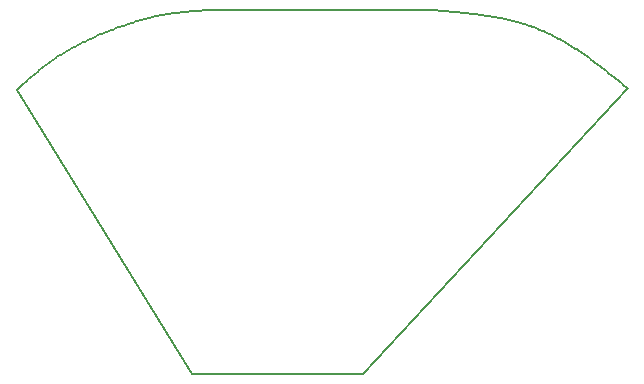
<source format=gbr>
G04 #@! TF.GenerationSoftware,KiCad,Pcbnew,(5.1.5)-3*
G04 #@! TF.CreationDate,2021-10-24T21:58:38+02:00*
G04 #@! TF.ProjectId,seg2,73656732-2e6b-4696-9361-645f70636258,1*
G04 #@! TF.SameCoordinates,Original*
G04 #@! TF.FileFunction,Profile,NP*
%FSLAX46Y46*%
G04 Gerber Fmt 4.6, Leading zero omitted, Abs format (unit mm)*
G04 Created by KiCad (PCBNEW (5.1.5)-3) date 2021-10-24 21:58:38*
%MOMM*%
%LPD*%
G04 APERTURE LIST*
%ADD10C,0.200000*%
G04 APERTURE END LIST*
D10*
X167489028Y-78001474D02*
X167335488Y-77876466D01*
X167335488Y-77876466D02*
X167188039Y-77756475D01*
X167188039Y-77756475D02*
X167077213Y-77666365D01*
X167077213Y-77666365D02*
X166965484Y-77575612D01*
X166965484Y-77575612D02*
X166853719Y-77484949D01*
X166853719Y-77484949D02*
X166738416Y-77391567D01*
X166738416Y-77391567D02*
X166626557Y-77301145D01*
X166626557Y-77301145D02*
X166504139Y-77202414D01*
X166504139Y-77202414D02*
X166392146Y-77112320D01*
X166392146Y-77112320D02*
X166276573Y-77019605D01*
X166276573Y-77019605D02*
X166153900Y-76921514D01*
X166153900Y-76921514D02*
X166041644Y-76832066D01*
X166041644Y-76832066D02*
X165929290Y-76742865D01*
X165929290Y-76742865D02*
X165812433Y-76650460D01*
X165812433Y-76650460D02*
X165681370Y-76547305D01*
X165681370Y-76547305D02*
X165559833Y-76452136D01*
X165559833Y-76452136D02*
X165446966Y-76364203D01*
X165446966Y-76364203D02*
X165332192Y-76275250D01*
X165332192Y-76275250D02*
X165213727Y-76183956D01*
X165213727Y-76183956D02*
X165095090Y-76093083D01*
X165095090Y-76093083D02*
X164972726Y-75999965D01*
X164972726Y-75999965D02*
X164857272Y-75912695D01*
X164857272Y-75912695D02*
X164737182Y-75822558D01*
X164737182Y-75822558D02*
X164616880Y-75732937D01*
X164616880Y-75732937D02*
X164495468Y-75643200D01*
X164495468Y-75643200D02*
X164365767Y-75548151D01*
X164365767Y-75548151D02*
X164244766Y-75460266D01*
X164244766Y-75460266D02*
X164128014Y-75376212D01*
X164128014Y-75376212D02*
X164007423Y-75290183D01*
X164007423Y-75290183D02*
X163884767Y-75203529D01*
X163884767Y-75203529D02*
X163764546Y-75119446D01*
X163764546Y-75119446D02*
X163637704Y-75031669D01*
X163637704Y-75031669D02*
X163517823Y-74949617D01*
X163517823Y-74949617D02*
X163391277Y-74863982D01*
X163391277Y-74863982D02*
X163267143Y-74780980D01*
X163267143Y-74780980D02*
X163142687Y-74698777D01*
X163142687Y-74698777D02*
X163017899Y-74617395D01*
X163017899Y-74617395D02*
X162892770Y-74536858D01*
X162892770Y-74536858D02*
X162766366Y-74456606D01*
X162766366Y-74456606D02*
X162643305Y-74379562D01*
X162643305Y-74379562D02*
X162515244Y-74300543D01*
X162515244Y-74300543D02*
X162388658Y-74223613D01*
X162388658Y-74223613D02*
X162261684Y-74147643D01*
X162261684Y-74147643D02*
X162132438Y-74071557D01*
X162132438Y-74071557D02*
X161999012Y-73994348D01*
X161999012Y-73994348D02*
X161868907Y-73920386D01*
X161868907Y-73920386D02*
X161728888Y-73842269D01*
X161728888Y-73842269D02*
X161595965Y-73769546D01*
X161595965Y-73769546D02*
X161459705Y-73696470D01*
X161459705Y-73696470D02*
X161324862Y-73625632D01*
X161324862Y-73625632D02*
X161190482Y-73556516D01*
X161190482Y-73556516D02*
X161056567Y-73489121D01*
X161056567Y-73489121D02*
X160920209Y-73422035D01*
X160920209Y-73422035D02*
X160782349Y-73355793D01*
X160782349Y-73355793D02*
X160641989Y-73290002D01*
X160641989Y-73290002D02*
X160499093Y-73224745D01*
X160499093Y-73224745D02*
X160358552Y-73162272D01*
X160358552Y-73162272D02*
X160215446Y-73100409D01*
X160215446Y-73100409D02*
X160072720Y-73040479D01*
X160072720Y-73040479D02*
X160007100Y-73013522D01*
X160007100Y-73013522D02*
X159862761Y-72955537D01*
X159862761Y-72955537D02*
X159715733Y-72898288D01*
X159715733Y-72898288D02*
X159554532Y-72837560D01*
X159554532Y-72837560D02*
X159403073Y-72782387D01*
X159403073Y-72782387D02*
X159247832Y-72727669D01*
X159247832Y-72727669D02*
X159094063Y-72675242D01*
X159094063Y-72675242D02*
X158939686Y-72624329D01*
X158939686Y-72624329D02*
X158786834Y-72575559D01*
X158786834Y-72575559D02*
X158633413Y-72528204D01*
X158633413Y-72528204D02*
X158473005Y-72480345D01*
X158473005Y-72480345D02*
X158317382Y-72435475D01*
X158317382Y-72435475D02*
X158146111Y-72387817D01*
X158146111Y-72387817D02*
X157988282Y-72345440D01*
X157988282Y-72345440D02*
X157827755Y-72303810D01*
X157827755Y-72303810D02*
X157660162Y-72261869D01*
X157660162Y-72261869D02*
X157494204Y-72221825D01*
X157494204Y-72221825D02*
X157329909Y-72183585D01*
X157329909Y-72183585D02*
X157160715Y-72145613D01*
X157160715Y-72145613D02*
X156992112Y-72109143D01*
X156992112Y-72109143D02*
X156823017Y-72073893D01*
X156823017Y-72073893D02*
X156654554Y-72040045D01*
X156654554Y-72040045D02*
X156478955Y-72006062D01*
X156478955Y-72006062D02*
X156309570Y-71974489D01*
X156309570Y-71974489D02*
X156137521Y-71943588D01*
X156137521Y-71943588D02*
X155960557Y-71912982D01*
X155960557Y-71912982D02*
X155780912Y-71883085D01*
X155780912Y-71883085D02*
X155600839Y-71854249D01*
X155600839Y-71854249D02*
X155427126Y-71827462D01*
X155427126Y-71827462D02*
X155247385Y-71800760D01*
X155247385Y-71800760D02*
X155067270Y-71774993D01*
X155067270Y-71774993D02*
X154878838Y-71749043D01*
X154878838Y-71749043D02*
X154696864Y-71724917D01*
X154696864Y-71724917D02*
X154512272Y-71701326D01*
X154512272Y-71701326D02*
X154329641Y-71678816D01*
X154329641Y-71678816D02*
X154146710Y-71657051D01*
X154146710Y-71657051D02*
X153965787Y-71636252D01*
X153965787Y-71636252D02*
X153780009Y-71615600D01*
X153780009Y-71615600D02*
X153577883Y-71593887D01*
X153577883Y-71593887D02*
X153393885Y-71574765D01*
X153393885Y-71574765D02*
X153211974Y-71556413D01*
X153211974Y-71556413D02*
X153024093Y-71537992D01*
X153024093Y-71537992D02*
X152840639Y-71520488D01*
X152840639Y-71520488D02*
X152650085Y-71502767D01*
X152650085Y-71502767D02*
X152466302Y-71486074D01*
X152466302Y-71486074D02*
X152281226Y-71469618D01*
X152281226Y-71469618D02*
X152096029Y-71453467D01*
X152096029Y-71453467D02*
X151910724Y-71437579D01*
X151910724Y-71437579D02*
X151725327Y-71421916D01*
X151725327Y-71421916D02*
X151507393Y-71403743D01*
X151507393Y-71403743D02*
X151298661Y-71386523D01*
X151298661Y-71386523D02*
X151103800Y-71370560D01*
X151103800Y-71370560D02*
X150862517Y-71350872D01*
X127838426Y-71820752D02*
X127669295Y-71855639D01*
X127669295Y-71855639D02*
X127493691Y-71893822D01*
X127493691Y-71893822D02*
X127325286Y-71932256D01*
X127325286Y-71932256D02*
X127161747Y-71971223D01*
X127161747Y-71971223D02*
X126996252Y-72012248D01*
X126996252Y-72012248D02*
X126833312Y-72054146D01*
X126833312Y-72054146D02*
X126670653Y-72097411D01*
X126670653Y-72097411D02*
X126508254Y-72141974D01*
X126508254Y-72141974D02*
X126348361Y-72187137D01*
X126348361Y-72187137D02*
X126193197Y-72232129D01*
X126193197Y-72232129D02*
X126038243Y-72278151D01*
X126038243Y-72278151D02*
X125879003Y-72326530D01*
X125879003Y-72326530D02*
X125717725Y-72376584D01*
X125717725Y-72376584D02*
X125565583Y-72424727D01*
X125565583Y-72424727D02*
X125413601Y-72473657D01*
X125413601Y-72473657D02*
X125261769Y-72523326D01*
X125261769Y-72523326D02*
X125110078Y-72573680D01*
X125110078Y-72573680D02*
X124958516Y-72624671D01*
X124958516Y-72624671D02*
X124807070Y-72676244D01*
X124807070Y-72676244D02*
X124657959Y-72727579D01*
X124657959Y-72727579D02*
X124500050Y-72782488D01*
X124500050Y-72782488D02*
X124344458Y-72837079D01*
X124344458Y-72837079D02*
X124184503Y-72893642D01*
X124184503Y-72893642D02*
X124024623Y-72950565D01*
X124024623Y-72950565D02*
X123860366Y-73009378D01*
X123860366Y-73009378D02*
X123700593Y-73066840D01*
X123700593Y-73066840D02*
X123540858Y-73124476D01*
X123540858Y-73124476D02*
X123372274Y-73185434D01*
X123372274Y-73185434D02*
X123248062Y-73230390D01*
X115729995Y-78146053D02*
X130621557Y-102146055D01*
X119055295Y-75399064D02*
X118935528Y-75479912D01*
X118935528Y-75479912D02*
X118811403Y-75565561D01*
X118811403Y-75565561D02*
X118688114Y-75652472D01*
X118688114Y-75652472D02*
X118569018Y-75738135D01*
X118569018Y-75738135D02*
X118448967Y-75826147D01*
X118448967Y-75826147D02*
X118330472Y-75914617D01*
X118330472Y-75914617D02*
X118213909Y-76003162D01*
X118213909Y-76003162D02*
X118093838Y-76095896D01*
X118093838Y-76095896D02*
X117964121Y-76197769D01*
X117964121Y-76197769D02*
X117851524Y-76287567D01*
X117851524Y-76287567D02*
X117732929Y-76383481D01*
X117732929Y-76383481D02*
X117620577Y-76475550D01*
X117620577Y-76475550D02*
X117510322Y-76566996D01*
X117510322Y-76566996D02*
X117395674Y-76663184D01*
X117395674Y-76663184D02*
X117286286Y-76755942D01*
X117286286Y-76755942D02*
X117175684Y-76850660D01*
X117175684Y-76850660D02*
X117067047Y-76944550D01*
X117067047Y-76944550D02*
X116947609Y-77048686D01*
X116947609Y-77048686D02*
X116839637Y-77143584D01*
X116839637Y-77143584D02*
X116731147Y-77239602D01*
X116731147Y-77239602D02*
X116618176Y-77340230D01*
X116618176Y-77340230D02*
X116510962Y-77436276D01*
X116510962Y-77436276D02*
X116403941Y-77532615D01*
X116403941Y-77532615D02*
X116296303Y-77629920D01*
X116296303Y-77629920D02*
X116187242Y-77728866D01*
X116187242Y-77728866D02*
X116077515Y-77828705D01*
X116077515Y-77828705D02*
X115972576Y-77924396D01*
X115972576Y-77924396D02*
X115864566Y-78023038D01*
X115864566Y-78023038D02*
X115729995Y-78146053D01*
X132356496Y-71350872D02*
X132151618Y-71362567D01*
X132151618Y-71362567D02*
X131955671Y-71373861D01*
X131955671Y-71373861D02*
X131759768Y-71385360D01*
X131759768Y-71385360D02*
X131559472Y-71397434D01*
X131559472Y-71397434D02*
X131369274Y-71409298D01*
X131369274Y-71409298D02*
X131176951Y-71421786D01*
X131176951Y-71421786D02*
X130981412Y-71435084D01*
X130981412Y-71435084D02*
X130786017Y-71449089D01*
X130786017Y-71449089D02*
X130599655Y-71463201D01*
X130599655Y-71463201D02*
X130413460Y-71478130D01*
X130413460Y-71478130D02*
X130228555Y-71493866D01*
X130228555Y-71493866D02*
X130023954Y-71512446D01*
X130023954Y-71512446D02*
X129840593Y-71530233D01*
X129840593Y-71530233D02*
X129653056Y-71549638D01*
X129653056Y-71549638D02*
X129470183Y-71569828D01*
X129470183Y-71569828D02*
X129283182Y-71591870D01*
X129283182Y-71591870D02*
X129091542Y-71616022D01*
X129091542Y-71616022D02*
X128912286Y-71640142D01*
X128912286Y-71640142D02*
X128730607Y-71666190D01*
X128730607Y-71666190D02*
X128553628Y-71693205D01*
X128553628Y-71693205D02*
X128374810Y-71722238D01*
X128374810Y-71722238D02*
X128198527Y-71752659D01*
X128198527Y-71752659D02*
X128028034Y-71783869D01*
X128028034Y-71783869D02*
X127851412Y-71818149D01*
X127851412Y-71818149D02*
X127838426Y-71820752D01*
X123248062Y-73230390D02*
X123108285Y-73293231D01*
X123108285Y-73293231D02*
X122968540Y-73356119D01*
X122968540Y-73356119D02*
X122816157Y-73424822D01*
X122816157Y-73424822D02*
X122617381Y-73514773D01*
X122617381Y-73514773D02*
X122476912Y-73578644D01*
X122476912Y-73578644D02*
X122338715Y-73641796D01*
X122338715Y-73641796D02*
X122194390Y-73708143D01*
X122194390Y-73708143D02*
X122043996Y-73777777D01*
X122043996Y-73777777D02*
X121907527Y-73841466D01*
X121907527Y-73841466D02*
X121761912Y-73910020D01*
X121761912Y-73910020D02*
X121626036Y-73974604D01*
X121626036Y-73974604D02*
X121489445Y-74040187D01*
X121489445Y-74040187D02*
X121350103Y-74107840D01*
X121350103Y-74107840D02*
X121212203Y-74175599D01*
X121212203Y-74175599D02*
X121076802Y-74242981D01*
X121076802Y-74242981D02*
X120938761Y-74312605D01*
X120938761Y-74312605D02*
X120805321Y-74380874D01*
X120805321Y-74380874D02*
X120672375Y-74449896D01*
X120672375Y-74449896D02*
X120537924Y-74520795D01*
X120537924Y-74520795D02*
X120405053Y-74592007D01*
X120405053Y-74592007D02*
X120274286Y-74663284D01*
X120274286Y-74663284D02*
X120142118Y-74736599D01*
X120142118Y-74736599D02*
X120014094Y-74808910D01*
X120014094Y-74808910D02*
X119874804Y-74889116D01*
X119874804Y-74889116D02*
X119744212Y-74965856D01*
X119744212Y-74965856D02*
X119610443Y-75046101D01*
X119610443Y-75046101D02*
X119477495Y-75127589D01*
X119477495Y-75127589D02*
X119353147Y-75205464D01*
X119353147Y-75205464D02*
X119226696Y-75286393D01*
X119226696Y-75286393D02*
X119103008Y-75367343D01*
X119103008Y-75367343D02*
X119055295Y-75399064D01*
X145079389Y-102146055D02*
X167489028Y-78001474D01*
X150862517Y-71350872D02*
X132356496Y-71350872D01*
X130621557Y-102146055D02*
X145079389Y-102146055D01*
M02*

</source>
